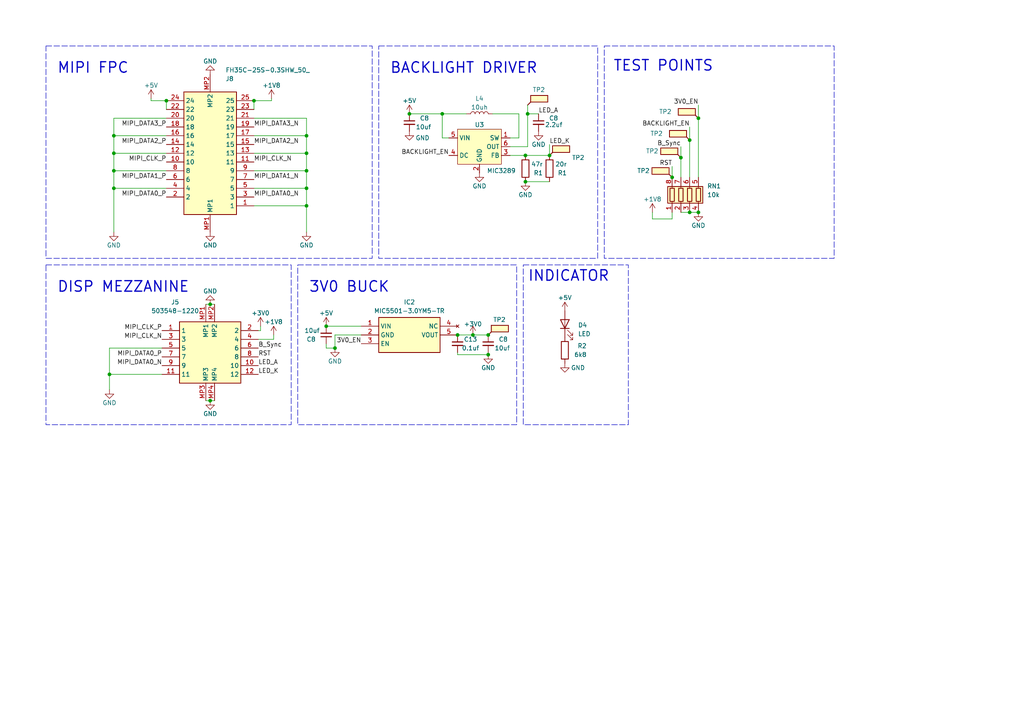
<source format=kicad_sch>
(kicad_sch (version 20230121) (generator eeschema)
  (paper "A4")
  (lib_symbols
    (symbol "+5V_1" (power) (pin_names (offset 0))
      (property "Value" "+5V_1" (at 0 3.556 0))
      (symbol "+5V_1_0_1"
        (polyline (pts (xy -0.762 1.27) (xy 0 2.54)))
        (polyline (pts (xy 0 0) (xy 0 2.54)))
        (polyline (pts (xy 0 2.54) (xy 0.762 1.27)))
      )
      (symbol "+5V_1_1_1"
        (pin power_in line (at 0 0 90) (length 0) hide (name "+5V") (number "1"))
      )
    )
    (symbol "Connector:TestPoint_Flag" (pin_numbers hide) (pin_names (offset 0.762) hide)
      (property "Reference" "TP" (at 3.429 1.778 0))
      (property "Value" "TestPoint_Flag" (at 3.302 4.191 0))
      (symbol "TestPoint_Flag_0_1"
        (polyline (pts (xy 0 0) (xy 0.889 0.889)) (stroke (width 0.254)))
        (rectangle (start 0.889 2.794) (end 5.842 0.889) (stroke (width 0.254)) (fill (type background)))
      )
      (symbol "TestPoint_Flag_1_1"
        (pin passive line (at 0 0 90) (length 0) (name "1") (number "1"))
      )
    )
    (symbol "Device:C_Small" (pin_numbers hide) (pin_names (offset 0.254) hide)
      (property "Reference" "C" (at 0.254 1.778 0))
      (property "Value" "C_Small" (at 0.254 -2.032 0))
      (symbol "C_Small_0_1"
        (polyline (pts (xy -1.524 -0.508) (xy 1.524 -0.508)) (stroke (width 0.3302)))
        (polyline (pts (xy -1.524 0.508) (xy 1.524 0.508)) (stroke (width 0.3048)))
      )
      (symbol "C_Small_1_1"
        (pin passive line (at 0 2.54 270) (length 2.032) (name "~") (number "1"))
        (pin passive line (at 0 -2.54 90) (length 2.032) (name "~") (number "2"))
      )
    )
    (symbol "Device:L" (pin_numbers hide) (pin_names (offset 1.016) hide)
      (property "Reference" "L" (at -1.27 0 90))
      (property "Value" "L" (at 1.905 0 90))
      (symbol "L_0_1"
        (arc (start 0 -2.54) (mid 0.6323 -1.905) (end 0 -1.27))
        (arc (start 0 -1.27) (mid 0.6323 -0.635) (end 0 0))
        (arc (start 0 0) (mid 0.6323 0.635) (end 0 1.27))
        (arc (start 0 1.27) (mid 0.6323 1.905) (end 0 2.54))
      )
      (symbol "L_1_1"
        (pin passive line (at 0 3.81 270) (length 1.27) (name "1") (number "1"))
        (pin passive line (at 0 -3.81 90) (length 1.27) (name "2") (number "2"))
      )
    )
    (symbol "Device:LED" (pin_numbers hide) (pin_names (offset 1.016) hide)
      (property "Reference" "D" (at 0 2.54 0))
      (property "Value" "LED" (at 0 -2.54 0))
      (symbol "LED_0_1"
        (polyline (pts (xy -1.27 -1.27) (xy -1.27 1.27)) (stroke (width 0.254)))
        (polyline (pts (xy -1.27 0) (xy 1.27 0)))
        (polyline (pts (xy 1.27 -1.27) (xy 1.27 1.27) (xy -1.27 0) (xy 1.27 -1.27)) (stroke (width 0.254)))
        (polyline (pts (xy -3.048 -0.762) (xy -4.572 -2.286) (xy -3.81 -2.286) (xy -4.572 -2.286) (xy -4.572 -1.524)))
        (polyline (pts (xy -1.778 -0.762) (xy -3.302 -2.286) (xy -2.54 -2.286) (xy -3.302 -2.286) (xy -3.302 -1.524)))
      )
      (symbol "LED_1_1"
        (pin passive line (at -3.81 0 0) (length 2.54) (name "K") (number "1"))
        (pin passive line (at 3.81 0 180) (length 2.54) (name "A") (number "2"))
      )
    )
    (symbol "Device:R" (pin_numbers hide) (pin_names (offset 0))
      (property "Reference" "R" (at 2.032 0 90))
      (property "Value" "R" (at 0 0 90))
      (symbol "R_0_1"
        (rectangle (start -1.016 -2.54) (end 1.016 2.54) (stroke (width 0.254)))
      )
      (symbol "R_1_1"
        (pin passive line (at 0 3.81 270) (length 1.27) (name "~") (number "1"))
        (pin passive line (at 0 -3.81 90) (length 1.27) (name "~") (number "2"))
      )
    )
    (symbol "Device:R_Pack04" (pin_names (offset 0) hide)
      (property "Reference" "RN" (at -7.62 0 90))
      (property "Value" "R_Pack04" (at 5.08 0 90))
      (symbol "R_Pack04_0_1"
        (rectangle (start -6.35 -2.413) (end 3.81 2.413) (stroke (width 0.254)) (fill (type background)))
        (rectangle (start -5.715 1.905) (end -4.445 -1.905) (stroke (width 0.254)))
        (rectangle (start -3.175 1.905) (end -1.905 -1.905) (stroke (width 0.254)))
        (rectangle (start -0.635 1.905) (end 0.635 -1.905) (stroke (width 0.254)))
        (polyline (pts (xy -5.08 -2.54) (xy -5.08 -1.905)))
        (polyline (pts (xy -5.08 1.905) (xy -5.08 2.54)))
        (polyline (pts (xy -2.54 -2.54) (xy -2.54 -1.905)))
        (polyline (pts (xy -2.54 1.905) (xy -2.54 2.54)))
        (polyline (pts (xy 0 -2.54) (xy 0 -1.905)))
        (polyline (pts (xy 0 1.905) (xy 0 2.54)))
        (polyline (pts (xy 2.54 -2.54) (xy 2.54 -1.905)))
        (polyline (pts (xy 2.54 1.905) (xy 2.54 2.54)))
        (rectangle (start 1.905 1.905) (end 3.175 -1.905) (stroke (width 0.254)))
      )
      (symbol "R_Pack04_1_1"
        (pin passive line (at -5.08 -5.08 90) (length 2.54) (name "R1.1") (number "1"))
        (pin passive line (at -2.54 -5.08 90) (length 2.54) (name "R2.1") (number "2"))
        (pin passive line (at 0 -5.08 90) (length 2.54) (name "R3.1") (number "3"))
        (pin passive line (at 2.54 -5.08 90) (length 2.54) (name "R4.1") (number "4"))
        (pin passive line (at 2.54 5.08 270) (length 2.54) (name "R4.2") (number "5"))
        (pin passive line (at 0 5.08 270) (length 2.54) (name "R3.2") (number "6"))
        (pin passive line (at -2.54 5.08 270) (length 2.54) (name "R2.2") (number "7"))
        (pin passive line (at -5.08 5.08 270) (length 2.54) (name "R1.2") (number "8"))
      )
    )
    (symbol "GND_1" (power) (pin_names (offset 0))
      (property "Value" "GND_1" (at 0 -3.81 0))
      (symbol "GND_1_0_1"
        (polyline (pts (xy 0 0) (xy 0 -1.27) (xy 1.27 -1.27) (xy 0 -2.54) (xy -1.27 -1.27) (xy 0 -1.27)))
      )
      (symbol "GND_1_1_1"
        (pin power_in line (at 0 0 270) (length 0) hide (name "GND") (number "1"))
      )
    )
    (symbol "GND_3" (power) (pin_names (offset 0))
      (property "Value" "GND_3" (at 0 -3.81 0))
      (symbol "GND_3_0_1"
        (polyline (pts (xy 0 0) (xy 0 -1.27) (xy 1.27 -1.27) (xy 0 -2.54) (xy -1.27 -1.27) (xy 0 -1.27)))
      )
      (symbol "GND_3_1_1"
        (pin power_in line (at 0 0 270) (length 0) hide (name "GND") (number "1"))
      )
    )
    (symbol "Regulator_Switching:MIC3289"
      (property "Reference" "U" (at 0 8.89 0))
      (property "Value" "MIC3289" (at 0 6.35 0))
      (symbol "MIC3289_1_1"
        (rectangle (start -6.35 5.08) (end 6.35 -5.08) (fill (type background)))
        (pin output line (at 8.89 2.54 180) (length 2.54) (name "SW") (number "1"))
        (pin input line (at 0 -7.62 90) (length 2.54) (name "GND") (number "2"))
        (pin input line (at 8.89 -2.54 180) (length 2.54) (name "FB") (number "3"))
        (pin input line (at -8.89 -2.54 0) (length 2.54) (name "DC") (number "4"))
        (pin input line (at -8.89 2.54 0) (length 2.54) (name "VIN") (number "5"))
        (pin output line (at 8.89 0 180) (length 2.54) (name "OUT") (number "6"))
      )
    )
    (symbol "SamacSys_Parts:503548-1220"
      (property "Reference" "J" (at 24.13 12.7 0))
      (property "Value" "503548-1220" (at 24.13 10.16 0))
      (symbol "503548-1220_1_1"
        (rectangle (start 5.08 7.62) (end 22.86 -10.16) (stroke (width 0.254)) (fill (type background)))
        (pin passive line (at 7.62 -15.24 90) (length 5.08) (name "1") (number "1"))
        (pin passive line (at 17.78 12.7 270) (length 5.08) (name "10") (number "10"))
        (pin passive line (at 20.32 -15.24 90) (length 5.08) (name "11") (number "11"))
        (pin passive line (at 20.32 12.7 270) (length 5.08) (name "12") (number "12"))
        (pin passive line (at 7.62 12.7 270) (length 5.08) (name "2") (number "2"))
        (pin passive line (at 10.16 -15.24 90) (length 5.08) (name "3") (number "3"))
        (pin passive line (at 10.16 12.7 270) (length 5.08) (name "4") (number "4"))
        (pin passive line (at 12.7 -15.24 90) (length 5.08) (name "5") (number "5"))
        (pin passive line (at 12.7 12.7 270) (length 5.08) (name "6") (number "6"))
        (pin passive line (at 15.24 -15.24 90) (length 5.08) (name "7") (number "7"))
        (pin passive line (at 15.24 12.7 270) (length 5.08) (name "8") (number "8"))
        (pin passive line (at 17.78 -15.24 90) (length 5.08) (name "9") (number "9"))
        (pin passive line (at 0 -2.54 0) (length 5.08) (name "MP1") (number "MP1"))
        (pin passive line (at 0 0 0) (length 5.08) (name "MP2") (number "MP2"))
        (pin passive line (at 27.94 -2.54 180) (length 5.08) (name "MP3") (number "MP3"))
        (pin passive line (at 27.94 0 180) (length 5.08) (name "MP4") (number "MP4"))
      )
    )
    (symbol "SamacSys_Parts:FH35C-25S-0.3SHW_50_"
      (property "Reference" "J" (at 41.91 12.7 0))
      (property "Value" "FH35C-25S-0.3SHW_50_" (at 41.91 10.16 0))
      (symbol "FH35C-25S-0.3SHW_50__1_1"
        (rectangle (start 5.08 7.62) (end 40.64 -7.62) (stroke (width 0.254)) (fill (type background)))
        (pin passive line (at 38.1 -12.7 90) (length 5.08) (name "1") (number "1"))
        (pin passive line (at 25.4 12.7 270) (length 5.08) (name "10") (number "10"))
        (pin passive line (at 25.4 -12.7 90) (length 5.08) (name "11") (number "11"))
        (pin passive line (at 22.86 12.7 270) (length 5.08) (name "12") (number "12"))
        (pin passive line (at 22.86 -12.7 90) (length 5.08) (name "13") (number "13"))
        (pin passive line (at 20.32 12.7 270) (length 5.08) (name "14") (number "14"))
        (pin passive line (at 20.32 -12.7 90) (length 5.08) (name "15") (number "15"))
        (pin passive line (at 17.78 12.7 270) (length 5.08) (name "16") (number "16"))
        (pin passive line (at 17.78 -12.7 90) (length 5.08) (name "17") (number "17"))
        (pin passive line (at 15.24 12.7 270) (length 5.08) (name "18") (number "18"))
        (pin passive line (at 15.24 -12.7 90) (length 5.08) (name "19") (number "19"))
        (pin passive line (at 35.56 12.7 270) (length 5.08) (name "2") (number "2"))
        (pin passive line (at 12.7 12.7 270) (length 5.08) (name "20") (number "20"))
        (pin passive line (at 12.7 -12.7 90) (length 5.08) (name "21") (number "21"))
        (pin passive line (at 10.16 12.7 270) (length 5.08) (name "22") (number "22"))
        (pin passive line (at 10.16 -12.7 90) (length 5.08) (name "23") (number "23"))
        (pin passive line (at 7.62 12.7 270) (length 5.08) (name "24") (number "24"))
        (pin passive line (at 7.62 -12.7 90) (length 5.08) (name "25") (number "25"))
        (pin passive line (at 35.56 -12.7 90) (length 5.08) (name "3") (number "3"))
        (pin passive line (at 33.02 12.7 270) (length 5.08) (name "4") (number "4"))
        (pin passive line (at 33.02 -12.7 90) (length 5.08) (name "5") (number "5"))
        (pin passive line (at 30.48 12.7 270) (length 5.08) (name "6") (number "6"))
        (pin passive line (at 30.48 -12.7 90) (length 5.08) (name "7") (number "7"))
        (pin passive line (at 27.94 12.7 270) (length 5.08) (name "8") (number "8"))
        (pin passive line (at 27.94 -12.7 90) (length 5.08) (name "9") (number "9"))
        (pin passive line (at 45.72 0 180) (length 5.08) (name "MP1") (number "MP1"))
        (pin passive line (at 0 0 0) (length 5.08) (name "MP2") (number "MP2"))
      )
    )
    (symbol "SamacSys_Parts:MIC5501-3.0YM5-TR"
      (property "Reference" "IC" (at 24.13 7.62 0))
      (property "Value" "MIC5501-3.0YM5-TR" (at 24.13 5.08 0))
      (symbol "MIC5501-3.0YM5-TR_1_1"
        (rectangle (start 5.08 2.54) (end 22.86 -7.62) (stroke (width 0.254)) (fill (type background)))
        (pin passive line (at 0 0 0) (length 5.08) (name "VIN") (number "1"))
        (pin passive line (at 0 -2.54 0) (length 5.08) (name "GND") (number "2"))
        (pin passive line (at 0 -5.08 0) (length 5.08) (name "EN") (number "3"))
        (pin no_connect line (at 27.94 0 180) (length 5.08) (name "NC") (number "4"))
        (pin passive line (at 27.94 -2.54 180) (length 5.08) (name "VOUT") (number "5"))
      )
    )
    (symbol "power:+1V8" (power) (pin_names (offset 0))
      (property "Value" "+1V8" (at 0 3.556 0))
      (symbol "+1V8_0_1"
        (polyline (pts (xy -0.762 1.27) (xy 0 2.54)))
        (polyline (pts (xy 0 0) (xy 0 2.54)))
        (polyline (pts (xy 0 2.54) (xy 0.762 1.27)))
      )
      (symbol "+1V8_1_1"
        (pin power_in line (at 0 0 90) (length 0) hide (name "+1V8") (number "1"))
      )
    )
    (symbol "power:+3V0" (power) (pin_names (offset 0))
      (property "Value" "+3V0" (at 0 3.556 0))
      (symbol "+3V0_0_1"
        (polyline (pts (xy -0.762 1.27) (xy 0 2.54)))
        (polyline (pts (xy 0 0) (xy 0 2.54)))
        (polyline (pts (xy 0 2.54) (xy 0.762 1.27)))
      )
      (symbol "+3V0_1_1"
        (pin power_in line (at 0 0 90) (length 0) hide (name "+3V0") (number "1"))
      )
    )
    (symbol "power:+5V" (power) (pin_names (offset 0))
      (property "Value" "+5V" (at 0 3.556 0))
      (symbol "+5V_0_1"
        (polyline (pts (xy -0.762 1.27) (xy 0 2.54)))
        (polyline (pts (xy 0 0) (xy 0 2.54)))
        (polyline (pts (xy 0 2.54) (xy 0.762 1.27)))
      )
      (symbol "+5V_1_1"
        (pin power_in line (at 0 0 90) (length 0) hide (name "+5V") (number "1"))
      )
    )
  )
  (junction (at 159.385 45.085))
  (junction (at 141.605 102.87))
  (junction (at 48.26 29.21))
  (junction (at 202.565 34.29))
  (junction (at 60.96 88.265))
  (junction (at 33.02 39.37))
  (junction (at 152.4 52.705))
  (junction (at 60.96 116.205))
  (junction (at 33.02 44.45))
  (junction (at 88.9 54.61))
  (junction (at 200.025 61.595))
  (junction (at 33.02 49.53))
  (junction (at 94.615 94.615))
  (junction (at 137.16 97.155))
  (junction (at 31.75 108.585))
  (junction (at 132.715 97.155))
  (junction (at 194.945 51.435))
  (junction (at 200.025 40.64))
  (junction (at 88.9 49.53))
  (junction (at 88.9 59.69))
  (junction (at 202.565 61.595))
  (junction (at 153.035 33.02))
  (junction (at 141.605 97.155))
  (junction (at 118.745 33.02))
  (junction (at 88.9 39.37))
  (junction (at 152.4 45.085))
  (junction (at 197.485 45.72))
  (junction (at 128.27 33.02))
  (junction (at 73.66 29.21))
  (junction (at 33.02 54.61))
  (junction (at 88.9 44.45))
  (junction (at 97.155 100.965))
  (wire (pts (xy 33.02 39.37) (xy 48.26 39.37)))
  (wire (pts (xy 33.02 44.45) (xy 33.02 49.53)))
  (wire (pts (xy 159.385 45.085) (xy 152.4 45.085)))
  (wire (pts (xy 88.9 44.45) (xy 88.9 49.53)))
  (wire (pts (xy 159.385 41.91) (xy 159.385 45.085)))
  (wire (pts (xy 147.955 45.085) (xy 152.4 45.085)))
  (wire (pts (xy 48.26 31.75) (xy 48.26 29.21)))
  (wire (pts (xy 147.955 42.545) (xy 153.035 42.545)))
  (wire (pts (xy 33.02 44.45) (xy 48.26 44.45)))
  (wire (pts (xy 202.565 34.29) (xy 202.565 51.435)))
  (wire (pts (xy 150.495 40.005) (xy 147.955 40.005)))
  (wire (pts (xy 153.035 33.02) (xy 156.21 33.02)))
  (wire (pts (xy 62.23 88.265) (xy 60.96 88.265)))
  (wire (pts (xy 141.605 102.87) (xy 132.715 102.87)))
  (wire (pts (xy 132.715 102.87) (xy 132.715 102.235)))
  (wire (pts (xy 150.495 33.02) (xy 150.495 40.005)))
  (wire (pts (xy 118.745 33.02) (xy 128.27 33.02)))
  (wire (pts (xy 78.74 29.21) (xy 78.74 28.575)))
  (wire (pts (xy 88.9 34.29) (xy 88.9 39.37)))
  (wire (pts (xy 73.66 59.69) (xy 88.9 59.69)))
  (wire (pts (xy 33.02 34.29) (xy 33.02 39.37)))
  (wire (pts (xy 202.565 30.48) (xy 202.565 34.29)))
  (wire (pts (xy 31.75 108.585) (xy 31.75 113.03)))
  (wire (pts (xy 88.9 54.61) (xy 88.9 59.69)))
  (wire (pts (xy 31.75 108.585) (xy 46.99 108.585)))
  (wire (pts (xy 60.96 88.265) (xy 59.69 88.265)))
  (wire (pts (xy 73.66 54.61) (xy 88.9 54.61)))
  (wire (pts (xy 197.485 45.72) (xy 197.485 51.435)))
  (wire (pts (xy 189.23 61.595) (xy 189.23 63.5)))
  (wire (pts (xy 153.035 42.545) (xy 153.035 33.02)))
  (wire (pts (xy 74.93 95.885) (xy 75.565 95.885)))
  (wire (pts (xy 135.255 33.02) (xy 128.27 33.02)))
  (wire (pts (xy 94.615 99.695) (xy 94.615 100.965)))
  (wire (pts (xy 104.775 97.155) (xy 97.155 97.155)))
  (wire (pts (xy 128.27 33.02) (xy 128.27 40.005)))
  (wire (pts (xy 194.945 48.26) (xy 194.945 51.435)))
  (wire (pts (xy 88.9 49.53) (xy 88.9 54.61)))
  (wire (pts (xy 33.02 49.53) (xy 33.02 54.61)))
  (wire (pts (xy 132.715 97.155) (xy 137.16 97.155)))
  (wire (pts (xy 73.66 49.53) (xy 88.9 49.53)))
  (wire (pts (xy 48.26 29.21) (xy 43.815 29.21)))
  (wire (pts (xy 200.025 36.83) (xy 200.025 40.64)))
  (wire (pts (xy 33.02 54.61) (xy 48.26 54.61)))
  (wire (pts (xy 94.615 100.965) (xy 97.155 100.965)))
  (wire (pts (xy 62.23 116.205) (xy 60.96 116.205)))
  (wire (pts (xy 197.485 61.595) (xy 200.025 61.595)))
  (wire (pts (xy 152.4 52.705) (xy 159.385 52.705)))
  (wire (pts (xy 60.96 116.205) (xy 59.69 116.205)))
  (wire (pts (xy 33.02 39.37) (xy 33.02 44.45)))
  (wire (pts (xy 46.99 100.965) (xy 31.75 100.965)))
  (wire (pts (xy 73.66 39.37) (xy 88.9 39.37)))
  (wire (pts (xy 79.375 97.155) (xy 79.375 98.425)))
  (wire (pts (xy 75.565 95.885) (xy 75.565 94.615)))
  (wire (pts (xy 97.155 97.155) (xy 97.155 100.965)))
  (wire (pts (xy 128.27 40.005) (xy 130.175 40.005)))
  (wire (pts (xy 33.02 49.53) (xy 48.26 49.53)))
  (wire (pts (xy 31.75 100.965) (xy 31.75 108.585)))
  (wire (pts (xy 197.485 42.545) (xy 197.485 45.72)))
  (wire (pts (xy 33.02 54.61) (xy 33.02 67.31)))
  (wire (pts (xy 137.16 97.155) (xy 141.605 97.155)))
  (wire (pts (xy 189.23 63.5) (xy 194.945 63.5)))
  (wire (pts (xy 48.26 34.29) (xy 33.02 34.29)))
  (wire (pts (xy 73.66 34.29) (xy 88.9 34.29)))
  (wire (pts (xy 73.66 44.45) (xy 88.9 44.45)))
  (wire (pts (xy 194.945 63.5) (xy 194.945 61.595)))
  (wire (pts (xy 153.035 30.48) (xy 153.035 33.02)))
  (wire (pts (xy 79.375 98.425) (xy 74.93 98.425)))
  (wire (pts (xy 142.875 33.02) (xy 150.495 33.02)))
  (wire (pts (xy 43.815 29.21) (xy 43.815 28.575)))
  (wire (pts (xy 141.605 102.235) (xy 141.605 102.87)))
  (wire (pts (xy 88.9 39.37) (xy 88.9 44.45)))
  (wire (pts (xy 73.66 29.21) (xy 73.66 31.75)))
  (wire (pts (xy 73.66 29.21) (xy 78.74 29.21)))
  (wire (pts (xy 200.025 40.64) (xy 200.025 51.435)))
  (wire (pts (xy 200.025 61.595) (xy 202.565 61.595)))
  (wire (pts (xy 94.615 94.615) (xy 104.775 94.615)))
  (wire (pts (xy 88.9 59.69) (xy 88.9 67.31)))
  (rectangle (start 13.335 76.835) (end 84.455 123.19) (stroke (width 0) (type dash)))
  (rectangle (start 86.36 76.835) (end 149.86 123.19) (stroke (width 0) (type dash)))
  (rectangle (start 175.26 13.335) (end 241.935 74.93) (stroke (width 0) (type dash)))
  (rectangle (start 109.855 13.335) (end 173.355 74.93) (stroke (width 0) (type dash)))
  (rectangle (start 151.765 76.835) (end 182.245 123.19) (stroke (width 0) (type dash)))
  (rectangle (start 13.335 13.335) (end 107.95 74.93) (stroke (width 0) (type dash)))
  (text "3V0 BUCK" (at 89.535 85.09 0) (effects (font (size 3.048 3.048) (thickness 0.3556) bold) (justify left bottom)))
  (text "DISP MEZZANINE" (at 16.51 85.09 0) (effects (font (size 3.048 3.048) (thickness 0.3556) bold) (justify left bottom)))
  (text "INDICATOR" (at 153.035 81.915 0) (effects (font (size 3.048 3.048) (thickness 0.3556) bold) (justify left bottom)))
  (text "MIPI FPC" (at 16.51 21.59 0) (effects (font (size 3.048 3.048) (thickness 0.3556) bold) (justify left bottom)))
  (text "TEST POINTS" (at 177.8 20.955 0) (effects (font (size 3.048 3.048) (thickness 0.3556) bold) (justify left bottom)))
  (text "BACKLIGHT DRIVER" (at 113.03 21.59 0) (effects (font (size 3.048 3.048) (thickness 0.3556) bold) (justify left bottom)))
  (label "MIPI_DATA0_P" (at 46.99 103.505 180))
  (label "MIPI_CLK_P" (at 48.26 46.99 180))
  (label "MIPI_CLK_N" (at 73.66 46.99 0))
  (label "MIPI_DATA0_N" (at 73.66 57.15 0))
  (label "MIPI_DATA2_N" (at 73.66 41.91 0))
  (label "MIPI_CLK_P" (at 46.99 95.885 180))
  (label "BACKLIGHT_EN" (at 130.175 45.085 180))
  (label "MIPI_DATA0_P" (at 48.26 57.15 180))
  (label "LED_A" (at 156.21 33.02 0))
  (label "MIPI_CLK_N" (at 46.99 98.425 180))
  (label "MIPI_DATA1_P" (at 48.26 52.07 180))
  (label "RST" (at 74.93 103.505 0))
  (label "LED_K" (at 159.385 41.91 0))
  (label "B_Sync" (at 197.485 42.545 180))
  (label "LED_K" (at 74.93 108.585 0))
  (label "MIPI_DATA3_P" (at 48.26 36.83 180))
  (label "BACKLIGHT_EN" (at 200.025 36.83 180))
  (label "MIPI_DATA2_P" (at 48.26 41.91 180))
  (label "MIPI_DATA3_N" (at 73.66 36.83 0))
  (label "RST" (at 194.945 48.26 180))
  (label "3V0_EN" (at 104.775 99.695 180))
  (label "MIPI_DATA0_N" (at 46.99 106.045 180))
  (label "B_Sync" (at 74.93 100.965 0))
  (label "3V0_EN" (at 202.565 30.48 180))
  (label "MIPI_DATA1_N" (at 73.66 52.07 0))
  (label "LED_A" (at 74.93 106.045 0))
  (symbol (lib_name "+5V_1") (lib_id "power:+5V") (at 94.615 94.615 0) (mirror y) (unit 1)
    (property "Reference" "#PWR04" (effects hide))
    (property "Value" "+5V" (at 94.615 90.805 0))
    (instances (project "ssd2828_board" (path "" (reference "#PWR04") (unit 1)) (path "" (reference "#PWR032") (unit 1)) (path "" (reference "#PWR055") (unit 1))))
  )
  (symbol (lib_id "power:+3V0") (at 75.565 94.615 0) (unit 1)
    (property "Reference" "#PWR045" (effects hide))
    (property "Value" "+3V0" (at 75.565 90.805 0))
  )
  (symbol (lib_id "power:+5V") (at 163.83 90.17 0) (unit 1)
    (property "Reference" "#PWR021" (effects hide))
    (property "Value" "+5V" (at 163.83 86.36 0))
    (instances (project "ssd2828_board" (path "" (reference "#PWR021") (unit 1)) (path "" (reference "#PWR0102") (unit 1))))
  )
  (symbol (lib_id "Device:R") (at 163.83 101.6 180) (unit 1)
    (property "Reference" "R2" (at 170.18 100.33 0) (effects (justify left)))
    (property "Value" "6k8" (at 170.18 102.87 0) (effects (justify left)))
    (property "Footprint" "Resistor_SMD:R_0603_1608Metric" (effects hide))
    (instances (project "ssd2828_board" (path "" (reference "R2") (unit 1)) (path "" (reference "R11") (unit 1)) (path "" (reference "R20") (unit 1)) (path "" (reference "R22") (unit 1))))
  )
  (symbol (lib_id "Device:R_Pack04") (at 200.025 56.515 0) (unit 1)
    (property "Reference" "RN1" (at 205.105 53.975 0) (effects (justify left)))
    (property "Value" "10k" (at 205.105 56.515 0) (effects (justify left)))
    (property "Footprint" "Resistor_SMD:R_Array_Convex_4x0603" (effects hide))
    (instances (project "ssd2828_board" (path "" (reference "RN1") (unit 1)) (path "" (reference "RN2") (unit 1))))
  )
  (symbol (lib_id "Device:C_Small") (at 156.21 35.56 0) (mirror y) (unit 1)
    (property "Reference" "C8" (at 161.925 34.29 0) (effects (justify left)))
    (property "Value" "2.2uf" (at 163.195 36.195 0) (effects (justify left)))
    (property "Footprint" "Capacitor_SMD:C_0805_2012Metric" (effects hide))
    (instances (project "ssd2828_board" (path "" (reference "C8") (unit 1)) (path "" (reference "C24") (unit 1)) (path "" (reference "C26") (unit 1))))
  )
  (symbol (lib_id "power:+1V8") (at 78.74 28.575 0) (unit 1)
    (property "Reference" "#PWR036" (effects hide))
    (property "Value" "+1V8" (at 78.74 24.765 0))
    (instances (project "ssd2828_board" (path "" (reference "#PWR036") (unit 1)) (path "" (reference "#PWR064") (unit 1))))
  )
  (symbol (lib_name "GND_1") (lib_id "power:GND") (at 202.565 61.595 0) (unit 1)
    (property "Reference" "#PWR07" (effects hide))
    (property "Value" "GND" (at 202.565 65.405 0))
    (instances (project "ssd2828_board" (path "" (reference "#PWR07") (unit 1)) (path "" (reference "#PWR050") (unit 1)) (path "" (reference "#PWR090") (unit 1))))
  )
  (symbol (lib_name "GND_3") (lib_id "power:GND") (at 152.4 52.705 0) (unit 1)
    (property "Reference" "#PWR03" (effects hide))
    (property "Value" "GND" (at 152.4 56.515 0))
    (instances (project "ssd2828_board" (path "" (reference "#PWR03") (unit 1)) (path "" (reference "#PWR035") (unit 1)) (path "" (reference "#PWR058") (unit 1))))
  )
  (symbol (lib_name "GND_3") (lib_id "power:GND") (at 156.21 38.1 0) (unit 1)
    (property "Reference" "#PWR03" (effects hide))
    (property "Value" "GND" (at 156.21 41.91 0))
    (instances (project "ssd2828_board" (path "" (reference "#PWR03") (unit 1)) (path "" (reference "#PWR035") (unit 1)) (path "" (reference "#PWR060") (unit 1))))
  )
  (symbol (lib_id "Device:C_Small") (at 141.605 99.695 0) (mirror y) (unit 1)
    (property "Reference" "C8" (at 147.32 98.425 0) (effects (justify left)))
    (property "Value" "10uf" (at 147.955 100.965 0) (effects (justify left)))
    (property "Footprint" "Capacitor_SMD:C_0603_1608Metric" (effects hide))
    (instances (project "ssd2828_board" (path "" (reference "C8") (unit 1)) (path "" (reference "C24") (unit 1)) (path "" (reference "C29") (unit 1))))
  )
  (symbol (lib_id "Device:R") (at 159.385 48.895 180) (unit 1)
    (property "Reference" "R1" (at 164.465 50.165 0) (effects (justify left)))
    (property "Value" "20r" (at 164.465 47.625 0) (effects (justify left)))
    (property "Footprint" "Resistor_SMD:R_0805_2012Metric" (effects hide))
    (instances (project "ssd2828_board" (path "" (reference "R1") (unit 1)) (path "" (reference "R2") (unit 1)) (path "" (reference "R13") (unit 1))))
  )
  (symbol (lib_name "GND_3") (lib_id "power:GND") (at 33.02 67.31 0) (unit 1)
    (property "Reference" "#PWR03" (effects hide))
    (property "Value" "GND" (at 33.02 71.12 0))
    (instances (project "ssd2828_board" (path "" (reference "#PWR03") (unit 1)) (path "" (reference "#PWR034") (unit 1)) (path "" (reference "#PWR063") (unit 1))))
  )
  (symbol (lib_id "Device:R") (at 152.4 48.895 180) (unit 1)
    (property "Reference" "R1" (at 157.48 50.165 0) (effects (justify left)))
    (property "Value" "47r" (at 157.48 47.625 0) (effects (justify left)))
    (property "Footprint" "Resistor_SMD:R_0805_2012Metric" (effects hide))
    (instances (project "ssd2828_board" (path "" (reference "R1") (unit 1)) (path "" (reference "R2") (unit 1)) (path "" (reference "R12") (unit 1))))
  )
  (symbol (lib_id "power:+3V0") (at 137.16 97.155 0) (unit 1)
    (property "Reference" "#PWR056" (effects hide))
    (property "Value" "+3V0" (at 137.16 93.98 0))
  )
  (symbol (lib_name "+5V_1") (lib_id "power:+5V") (at 118.745 33.02 0) (mirror y) (unit 1)
    (property "Reference" "#PWR04" (effects hide))
    (property "Value" "+5V" (at 118.745 29.21 0))
    (instances (project "ssd2828_board" (path "" (reference "#PWR04") (unit 1)) (path "" (reference "#PWR032") (unit 1)) (path "" (reference "#PWR059") (unit 1))))
  )
  (symbol (lib_id "Connector:TestPoint_Flag") (at 153.035 30.48 0) (unit 1)
    (property "Reference" "TP2" (at 158.115 26.035 0) (effects (justify right)))
    (property "Value" " " (at 151.13 27.178 0) (effects (justify right)))
    (property "Footprint" "TestPoint:TestPoint_Pad_1.0x1.0mm" (effects hide))
    (instances (project "ssd2828_board" (path "" (reference "TP2") (unit 1)) (path "" (reference "TP16") (unit 1))))
  )
  (symbol (lib_name "GND_3") (lib_id "power:GND") (at 60.96 88.265 180) (unit 1)
    (property "Reference" "#PWR03" (effects hide))
    (property "Value" "GND" (at 60.96 84.455 0))
    (instances (project "ssd2828_board" (path "" (reference "#PWR03") (unit 1)) (path "" (reference "#PWR035") (unit 1)) (path "" (reference "#PWR044") (unit 1))))
  )
  (symbol (lib_name "+5V_1") (lib_id "power:+5V") (at 43.815 28.575 0) (mirror y) (unit 1)
    (property "Reference" "#PWR04" (effects hide))
    (property "Value" "+5V" (at 43.815 24.765 0))
    (instances (project "ssd2828_board" (path "" (reference "#PWR04") (unit 1)) (path "" (reference "#PWR032") (unit 1)) (path "" (reference "#PWR067") (unit 1))))
  )
  (symbol (lib_id "power:+1V8") (at 79.375 97.155 0) (unit 1)
    (property "Reference" "#PWR036" (effects hide))
    (property "Value" "+1V8" (at 79.375 93.345 0))
    (instances (project "ssd2828_board" (path "" (reference "#PWR036") (unit 1)) (path "" (reference "#PWR046") (unit 1))))
  )
  (symbol (lib_name "GND_3") (lib_id "power:GND") (at 141.605 102.87 0) (unit 1)
    (property "Reference" "#PWR03" (effects hide))
    (property "Value" "GND" (at 141.605 106.68 0))
    (instances (project "ssd2828_board" (path "" (reference "#PWR03") (unit 1)) (path "" (reference "#PWR035") (unit 1)) (path "" (reference "#PWR062") (unit 1))))
  )
  (symbol (lib_id "Connector:TestPoint_Flag") (at 194.945 51.435 0) (mirror y) (unit 1)
    (property "Reference" "TP2" (at 184.785 49.53 0) (effects (justify right)))
    (property "Value" " " (at 196.85 48.133 0) (effects (justify right)))
    (property "Footprint" "TestPoint:TestPoint_Pad_1.0x1.0mm" (effects hide))
    (instances (project "ssd2828_board" (path "" (reference "TP2") (unit 1)) (path "" (reference "TP8") (unit 1))))
  )
  (symbol (lib_id "Device:LED") (at 163.83 93.98 90) (unit 1)
    (property "Reference" "D4" (at 167.64 94.2975 90) (effects (justify right)))
    (property "Value" "LED" (at 167.64 96.8375 90) (effects (justify right)))
    (property "Footprint" "LED_SMD:LED_0805_2012Metric" (effects hide))
    (instances (project "ssd2828_board" (path "" (reference "D4") (unit 1)) (path "" (reference "D6") (unit 1))))
  )
  (symbol (lib_id "Device:C_Small") (at 118.745 35.56 0) (mirror y) (unit 1)
    (property "Reference" "C8" (at 124.46 34.29 0) (effects (justify left)))
    (property "Value" "10uf" (at 125.095 36.83 0) (effects (justify left)))
    (property "Footprint" "Capacitor_SMD:C_0603_1608Metric" (effects hide))
    (instances (project "ssd2828_board" (path "" (reference "C8") (unit 1)) (path "" (reference "C24") (unit 1)) (path "" (reference "C25") (unit 1))))
  )
  (symbol (lib_id "Device:C_Small") (at 132.715 99.695 0) (mirror y) (unit 1)
    (property "Reference" "C13" (at 138.43 98.425 0) (effects (justify left)))
    (property "Value" "0.1uf" (at 139.065 100.965 0) (effects (justify left)))
    (property "Footprint" "Capacitor_SMD:C_0603_1608Metric" (effects hide))
    (instances (project "ssd2828_board" (path "" (reference "C13") (unit 1)) (path "" (reference "C11") (unit 1)) (path "" (reference "C28") (unit 1))))
  )
  (symbol (lib_name "GND_3") (lib_id "power:GND") (at 139.065 50.165 0) (unit 1)
    (property "Reference" "#PWR03" (effects hide))
    (property "Value" "GND" (at 139.065 53.975 0))
    (instances (project "ssd2828_board" (path "" (reference "#PWR03") (unit 1)) (path "" (reference "#PWR035") (unit 1)) (path "" (reference "#PWR053") (unit 1))))
  )
  (symbol (lib_name "GND_3") (lib_id "power:GND") (at 118.745 38.1 0) (unit 1)
    (property "Reference" "#PWR03" (effects hide))
    (property "Value" "GND" (at 122.555 40.005 0))
    (instances (project "ssd2828_board" (path "" (reference "#PWR03") (unit 1)) (path "" (reference "#PWR035") (unit 1)) (path "" (reference "#PWR061") (unit 1))))
  )
  (symbol (lib_id "Regulator_Switching:MIC3289") (at 139.065 42.545 0) (unit 1)
    (property "Reference" "U3" (at 139.065 36.195 0))
    (property "Value" "MIC3289" (at 145.415 49.53 0))
    (property "Footprint" "Package_TO_SOT_SMD:SOT-23-6" (effects hide))
  )
  (symbol (lib_id "Connector:TestPoint_Flag") (at 197.485 45.72 0) (mirror y) (unit 1)
    (property "Reference" "TP2" (at 187.325 43.815 0) (effects (justify right)))
    (property "Value" " " (at 199.39 42.418 0) (effects (justify right)))
    (property "Footprint" "TestPoint:TestPoint_Pad_1.0x1.0mm" (effects hide))
    (instances (project "ssd2828_board" (path "" (reference "TP2") (unit 1)) (path "" (reference "TP9") (unit 1))))
  )
  (symbol (lib_name "GND_3") (lib_id "power:GND") (at 60.96 21.59 180) (unit 1)
    (property "Reference" "#PWR03" (effects hide))
    (property "Value" "GND" (at 60.96 17.78 0))
    (instances (project "ssd2828_board" (path "" (reference "#PWR03") (unit 1)) (path "" (reference "#PWR017") (unit 1)) (path "" (reference "#PWR065") (unit 1))))
  )
  (symbol (lib_name "GND_3") (lib_id "power:GND") (at 163.83 105.41 0) (unit 1)
    (property "Reference" "#PWR03" (effects hide))
    (property "Value" "GND" (at 167.64 106.68 0))
    (instances (project "ssd2828_board" (path "" (reference "#PWR03") (unit 1)) (path "" (reference "#PWR099") (unit 1)) (path "" (reference "#PWR0103") (unit 1))))
  )
  (symbol (lib_id "SamacSys_Parts:503548-1220") (at 62.23 88.265 270) (unit 1)
    (property "Reference" "J5" (at 50.8 87.63 90))
    (property "Value" "503548-1220" (at 50.8 90.17 90))
    (property "Footprint" "SamacSys_Parts:5035481220" (effects hide))
    (property "Datasheet" "https://componentsearchengine.com/Datasheets/1/503548-1220.pdf" (effects hide))
    (property "Height" "0.78" (effects hide))
    (property "Mouser Part Number" "538-503548-1220" (effects hide))
    (property "Mouser Price/Stock" "https://www.mouser.com/Search/Refine.aspx?Keyword=538-503548-1220" (effects hide))
    (property "Manufacturer_Name" "Molex" (effects hide))
    (property "Manufacturer_Part_Number" "503548-1220" (effects hide))
  )
  (symbol (lib_id "Device:C_Small") (at 94.615 97.155 0) (mirror x) (unit 1)
    (property "Reference" "C8" (at 88.9 98.425 0) (effects (justify left)))
    (property "Value" "10uf" (at 88.265 95.885 0) (effects (justify left)))
    (property "Footprint" "Capacitor_SMD:C_0603_1608Metric" (effects hide))
    (instances (project "ssd2828_board" (path "" (reference "C8") (unit 1)) (path "" (reference "C24") (unit 1)) (path "" (reference "C27") (unit 1))))
  )
  (symbol (lib_id "SamacSys_Parts:FH35C-25S-0.3SHW_50_") (at 60.96 21.59 90) (mirror x) (unit 1)
    (property "Reference" "J8" (at 65.405 22.86 90) (effects (justify right)))
    (property "Value" "FH35C-25S-0.3SHW_50_" (at 65.405 20.32 90) (effects (justify right)))
    (property "Footprint" "SamacSys_Parts:FH35C25S03SHW50" (effects hide))
    (property "Datasheet" "https://www.hirose.com/product/en/products/FH35C/FH35C-25S-0.3SHW%2850%29/" (effects hide))
    (property "Height" "1" (effects hide))
    (property "Mouser Part Number" "798-FH35C25S03SHW50" (effects hide))
    (property "Mouser Price/Stock" "https://www.mouser.co.uk/ProductDetail/Hirose-Connector/FH35C-25S-0.3SHW50?qs=zPSbg0dgZogJgfylmO6pPg%3D%3D" (effects hide))
    (property "Manufacturer_Name" "Hirose" (effects hide))
    (property "Manufacturer_Part_Number" "FH35C-25S-0.3SHW(50)" (effects hide))
  )
  (symbol (lib_name "GND_3") (lib_id "power:GND") (at 60.96 67.31 0) (unit 1)
    (property "Reference" "#PWR03" (effects hide))
    (property "Value" "GND" (at 60.96 71.12 0))
    (instances (project "ssd2828_board" (path "" (reference "#PWR03") (unit 1)) (path "" (reference "#PWR018") (unit 1)) (path "" (reference "#PWR066") (unit 1))))
  )
  (symbol (lib_id "Connector:TestPoint_Flag") (at 202.565 34.29 0) (mirror y) (unit 1)
    (property "Reference" "TP2" (at 191.135 32.385 0) (effects (justify right)))
    (property "Value" " " (at 204.47 30.988 0) (effects (justify right)))
    (property "Footprint" "TestPoint:TestPoint_Pad_1.0x1.0mm" (effects hide))
    (instances (project "ssd2828_board" (path "" (reference "TP2") (unit 1)) (path "" (reference "TP15") (unit 1))))
  )
  (symbol (lib_name "GND_3") (lib_id "power:GND") (at 31.75 113.03 0) (unit 1)
    (property "Reference" "#PWR03" (effects hide))
    (property "Value" "GND" (at 31.75 116.84 0))
    (instances (project "ssd2828_board" (path "" (reference "#PWR03") (unit 1)) (path "" (reference "#PWR035") (unit 1)) (path "" (reference "#PWR047") (unit 1))))
  )
  (symbol (lib_name "GND_3") (lib_id "power:GND") (at 88.9 67.31 0) (unit 1)
    (property "Reference" "#PWR03" (effects hide))
    (property "Value" "GND" (at 88.9 71.12 0))
    (instances (project "ssd2828_board" (path "" (reference "#PWR03") (unit 1)) (path "" (reference "#PWR035") (unit 1)) (path "" (reference "#PWR068") (unit 1))))
  )
  (symbol (lib_id "Connector:TestPoint_Flag") (at 200.025 40.64 0) (mirror y) (unit 1)
    (property "Reference" "TP2" (at 188.595 38.735 0) (effects (justify right)))
    (property "Value" " " (at 201.93 37.338 0) (effects (justify right)))
    (property "Footprint" "TestPoint:TestPoint_Pad_1.0x1.0mm" (effects hide))
    (instances (project "ssd2828_board" (path "" (reference "TP2") (unit 1)) (path "" (reference "TP14") (unit 1))))
  )
  (symbol (lib_name "GND_3") (lib_id "power:GND") (at 97.155 100.965 0) (unit 1)
    (property "Reference" "#PWR03" (effects hide))
    (property "Value" "GND" (at 97.155 104.775 0))
    (instances (project "ssd2828_board" (path "" (reference "#PWR03") (unit 1)) (path "" (reference "#PWR035") (unit 1)) (path "" (reference "#PWR054") (unit 1))))
  )
  (symbol (lib_id "power:+1V8") (at 189.23 61.595 0) (unit 1)
    (property "Reference" "#PWR036" (effects hide))
    (property "Value" "+1V8" (at 189.23 57.785 0))
    (instances (project "ssd2828_board" (path "" (reference "#PWR036") (unit 1)) (path "" (reference "#PWR0104") (unit 1))))
  )
  (symbol (lib_id "Device:L") (at 139.065 33.02 90) (unit 1)
    (property "Reference" "L4" (at 139.065 28.575 90))
    (property "Value" "10uh" (at 139.065 31.115 90))
    (property "Footprint" "SamacSys_Parts:ASPI0312FS100MT2" (effects hide))
  )
  (symbol (lib_id "Connector:TestPoint_Flag") (at 159.385 45.085 0) (unit 1)
    (property "Reference" "TP2" (at 169.545 45.72 0) (effects (justify right)))
    (property "Value" " " (at 157.48 41.783 0) (effects (justify right)))
    (property "Footprint" "TestPoint:TestPoint_Pad_1.0x1.0mm" (effects hide))
    (instances (project "ssd2828_board" (path "" (reference "TP2") (unit 1)) (path "" (reference "TP29") (unit 1))))
  )
  (symbol (lib_id "SamacSys_Parts:MIC5501-3.0YM5-TR") (at 104.775 94.615 0) (unit 1)
    (property "Reference" "IC2" (at 118.745 87.63 0))
    (property "Value" "MIC5501-3.0YM5-TR" (at 118.745 90.17 0))
    (property "Footprint" "SamacSys_Parts:SOT95P280X145-5N" (effects hide))
    (property "Datasheet" "http://www.microchip.com/mymicrochip/filehandler.aspx?ddocname=en580292" (effects hide))
    (property "Height" "1.45" (effects hide))
    (property "Mouser Part Number" "998-MIC5501-3.0YM5TR" (effects hide))
    (property "Mouser Price/Stock" "https://www.mouser.co.uk/ProductDetail/Microchip-Technology-Atmel/MIC5501-3.0YM5-TR?qs=U6T8BxXiZAVV6zC6f%2FBygg%3D%3D" (effects hide))
    (property "Manufacturer_Name" "Microchip" (effects hide))
    (property "Manufacturer_Part_Number" "MIC5501-3.0YM5-TR" (effects hide))
  )
  (symbol (lib_name "GND_3") (lib_id "power:GND") (at 60.96 116.205 0) (unit 1)
    (property "Reference" "#PWR03" (effects hide))
    (property "Value" "GND" (at 60.96 120.015 0))
    (instances (project "ssd2828_board" (path "" (reference "#PWR03") (unit 1)) (path "" (reference "#PWR035") (unit 1)) (path "" (reference "#PWR043") (unit 1))))
  )
  (symbol (lib_id "Connector:TestPoint_Flag") (at 141.605 97.155 0) (unit 1)
    (property "Reference" "TP2" (at 146.685 92.71 0) (effects (justify right)))
    (property "Value" " " (at 139.7 93.853 0) (effects (justify right)))
    (property "Footprint" "TestPoint:TestPoint_Pad_1.0x1.0mm" (effects hide))
    (instances (project "ssd2828_board" (path "" (reference "TP2") (unit 1)) (path "" (reference "TP13") (unit 1))))
  )
)
</source>
